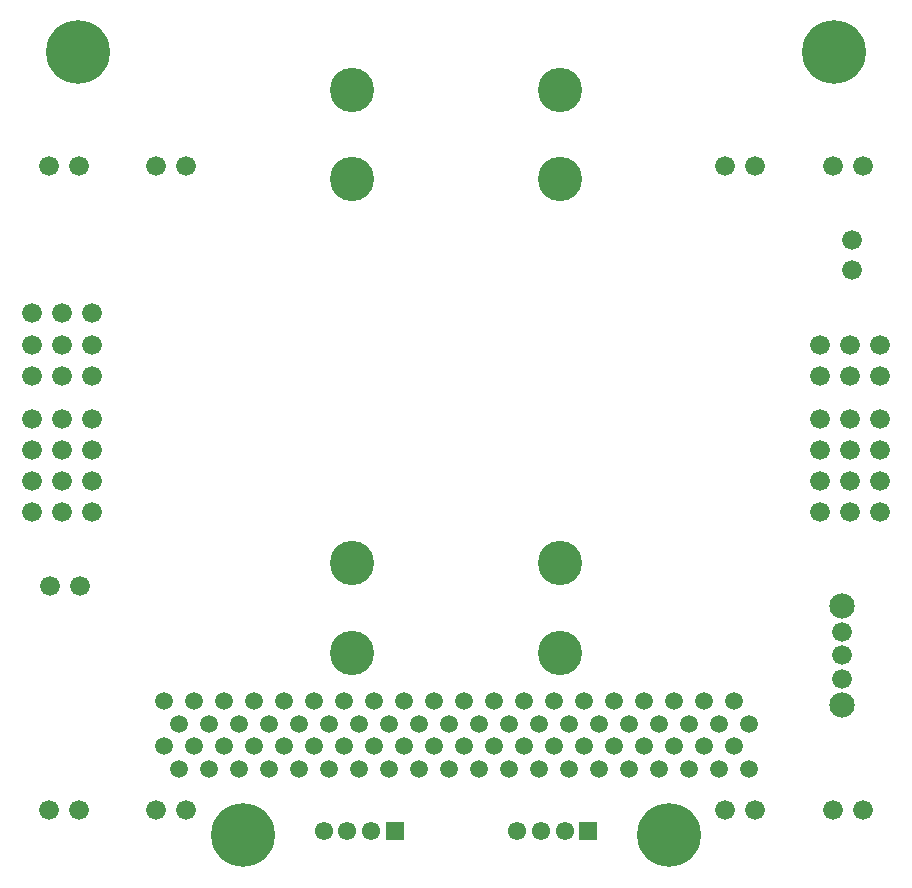
<source format=gbr>
G04 DesignSpark PCB Gerber Version 12.0 Build 5942*
%FSLAX35Y35*%
%MOMM*%
%ADD76O,1.45240X2.15240*%
%ADD77R,1.55240X1.57240*%
%ADD80C,1.50240*%
%ADD78C,1.55240*%
%ADD79C,1.67640*%
%ADD87C,2.15240*%
%ADD86C,3.75240*%
%ADD85C,5.40240*%
X0Y0D02*
D02*
D76*
X3485240Y7930240D03*
X5245240D03*
D02*
D77*
X3845240Y1650240D03*
X5485240D03*
D02*
D78*
X3245240D03*
X3445240D03*
X3645240D03*
X4885240D03*
X5085240D03*
X5285240D03*
D02*
D79*
X772240Y4350240D03*
Y4615240D03*
Y4880240D03*
Y5145240D03*
Y5505240D03*
Y5770240D03*
Y6035240D03*
X915240Y1835240D03*
Y7285240D03*
X926240Y3730240D03*
X1026240Y4350240D03*
Y4615240D03*
Y4880240D03*
Y5145240D03*
Y5505240D03*
Y5770240D03*
Y6035240D03*
X1169240Y1835240D03*
Y7285240D03*
X1180240Y3730240D03*
X1280240Y4350240D03*
Y4615240D03*
Y4880240D03*
Y5145240D03*
Y5505240D03*
Y5770240D03*
Y6035240D03*
X1825240Y1835240D03*
Y7285240D03*
X2079240Y1835240D03*
Y7285240D03*
X6645240Y1835240D03*
Y7285240D03*
X6899240Y1835240D03*
Y7285240D03*
X7450240Y4350240D03*
Y4615240D03*
Y4880240D03*
Y5145240D03*
Y5505240D03*
Y5770240D03*
X7560240Y1835240D03*
Y7285240D03*
X7630240Y2940240D03*
Y3140240D03*
Y3340240D03*
X7704240Y4350240D03*
Y4615240D03*
Y4880240D03*
Y5145240D03*
Y5505240D03*
Y5770240D03*
X7715240Y6405240D03*
Y6659240D03*
X7814240Y1835240D03*
Y7285240D03*
X7958240Y4350240D03*
Y4615240D03*
Y4880240D03*
Y5145240D03*
Y5505240D03*
Y5770240D03*
D02*
D80*
X1892390Y2371740D03*
Y2751740D03*
X2019390Y2181740D03*
Y2561740D03*
X2146390Y2371740D03*
Y2751740D03*
X2273390Y2181740D03*
Y2561740D03*
X2400390Y2371740D03*
Y2751740D03*
X2527390Y2181740D03*
Y2561740D03*
X2654390Y2371740D03*
Y2751740D03*
X2781390Y2181740D03*
Y2561740D03*
X2908390Y2371740D03*
Y2751740D03*
X3035390Y2181740D03*
Y2561740D03*
X3162390Y2371740D03*
Y2751740D03*
X3289390Y2181740D03*
Y2561740D03*
X3416390Y2371740D03*
Y2751740D03*
X3543390Y2181740D03*
Y2561740D03*
X3670390Y2371740D03*
Y2751740D03*
X3797390Y2181740D03*
Y2561740D03*
X3924390Y2371740D03*
Y2751740D03*
X4051390Y2181740D03*
Y2561740D03*
X4178390Y2371740D03*
Y2751740D03*
X4305390Y2181740D03*
Y2561740D03*
X4432390Y2371740D03*
Y2751740D03*
X4559390Y2181740D03*
Y2561740D03*
X4686390Y2371740D03*
Y2751740D03*
X4813390Y2181740D03*
Y2561740D03*
X4940390Y2371740D03*
Y2751740D03*
X5067390Y2181740D03*
Y2561740D03*
X5194390Y2371740D03*
Y2751740D03*
X5321390Y2181740D03*
Y2561740D03*
X5448390Y2371740D03*
Y2751740D03*
X5575390Y2181740D03*
Y2561740D03*
X5702390Y2371740D03*
Y2751740D03*
X5829390Y2181740D03*
Y2561740D03*
X5956390Y2371740D03*
Y2751740D03*
X6083390Y2181740D03*
Y2561740D03*
X6210390Y2371740D03*
Y2751740D03*
X6337390Y2181740D03*
Y2561740D03*
X6464390Y2371740D03*
Y2751740D03*
X6591390Y2181740D03*
Y2561740D03*
X6718390Y2371740D03*
Y2751740D03*
X6845390Y2181740D03*
Y2561740D03*
D02*
D85*
X1165240Y8245240D03*
X2565240Y1620240D03*
X6165240D03*
X7565240Y8245240D03*
D02*
D86*
X3485240Y3160240D03*
Y3920240D03*
Y7170240D03*
Y7930240D03*
X5245240Y3160240D03*
Y3920240D03*
Y7170240D03*
Y7930240D03*
D02*
D87*
X7630240Y2720240D03*
Y3560240D03*
X0Y0D02*
M02*

</source>
